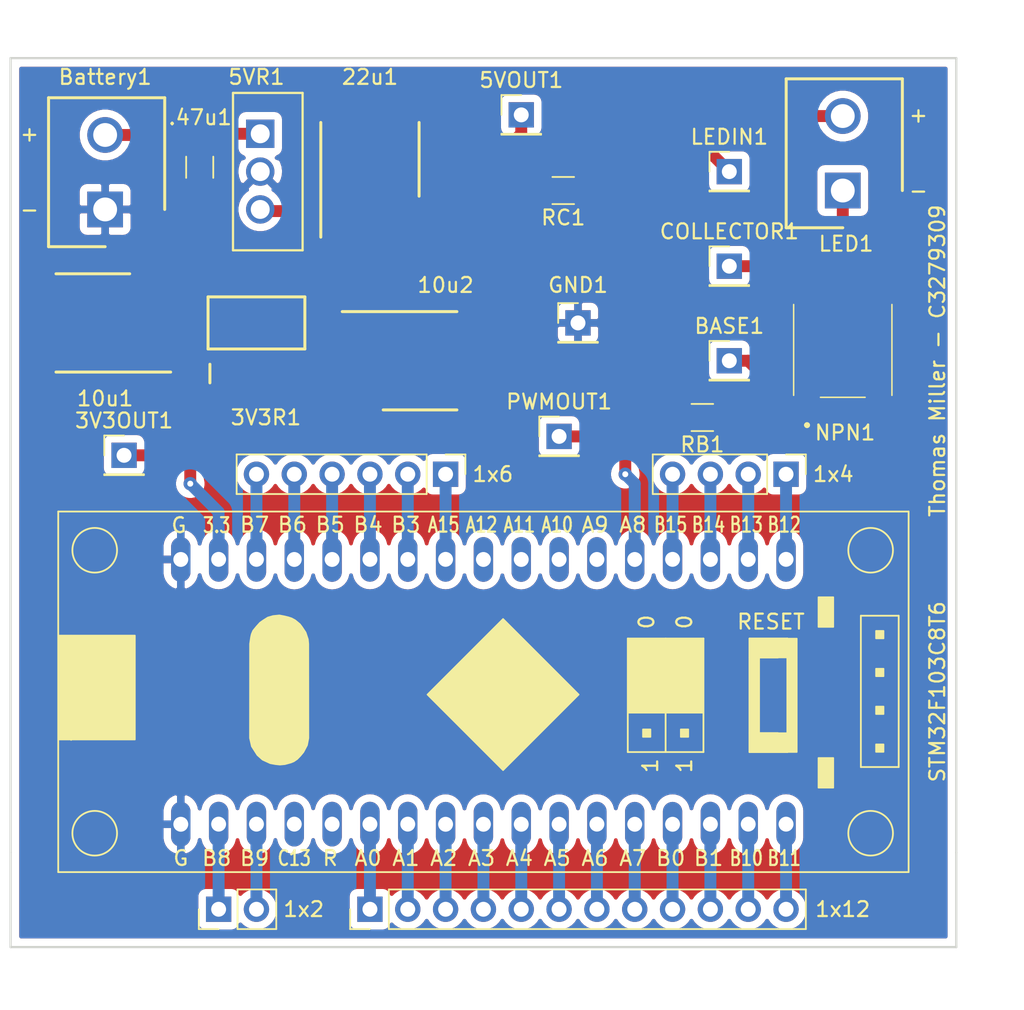
<source format=kicad_pcb>
(kicad_pcb (version 20171130) (host pcbnew "(5.1.7)-1")
  (layers (0 F.Cu signal) (31 B.Cu signal) (34 B.Paste user) (35 F.Paste user) (36 B.SilkS user) (37 F.SilkS user) (38 B.Mask user) (39 F.Mask user) (44 Edge.Cuts user))
  (net 0 "")
  (net 1 GND)
  (net 2 "Net-(LED1-Pad2)")
  (net 3 "Net-(.47u1-Pad1)")
  (net 4 "Net-(10u2-Pad1)")
  (net 5 "Net-(22u1-Pad1)")
  (net 6 "Net-(1x2-Pad1)")
  (net 7 "Net-(1x2-Pad2)")
  (net 8 "Net-(1x4-Pad1)")
  (net 9 "Net-(1x4-Pad2)")
  (net 10 "Net-(1x4-Pad3)")
  (net 11 "Net-(1x4-Pad4)")
  (net 12 "Net-(1x6-Pad1)")
  (net 13 "Net-(1x6-Pad2)")
  (net 14 "Net-(1x6-Pad3)")
  (net 15 "Net-(1x6-Pad4)")
  (net 16 "Net-(1x6-Pad5)")
  (net 17 "Net-(1x6-Pad6)")
  (net 18 "Net-(1x12-Pad1)")
  (net 19 "Net-(1x12-Pad2)")
  (net 20 "Net-(1x12-Pad3)")
  (net 21 "Net-(1x12-Pad4)")
  (net 22 "Net-(1x12-Pad5)")
  (net 23 "Net-(1x12-Pad6)")
  (net 24 "Net-(1x12-Pad7)")
  (net 25 "Net-(1x12-Pad8)")
  (net 26 "Net-(1x12-Pad9)")
  (net 27 "Net-(1x12-Pad10)")
  (net 28 "Net-(1x12-Pad11)")
  (net 29 "Net-(1x12-Pad12)")
  (net 30 "Net-(BASE1-Pad1)")
  (net 31 "Net-(COLLECTOR1-Pad1)")
  (net 32 "Net-(PWMOUT1-Pad1)")
  (module SamacSys_Parts:SHDR2W100P0X500_1X2_1000X780X1030P (layer F.Cu) (at 129.54 80.01 90)
    (fp_text reference Battery1 (at 8.89 0 180) (layer F.SilkS))
    (fp_text value TB003-500-P02BE hide)
    (fp_line (start -2.5 -3.8) (end -2.5 0) (layer F.SilkS) (width 0.2))
    (fp_line (start 7.5 -3.8) (end -2.5 -3.8) (layer F.SilkS) (width 0.2))
    (fp_line (start 7.5 4) (end 7.5 -3.8) (layer F.SilkS) (width 0.2))
    (fp_line (start 0 4) (end 7.5 4) (layer F.SilkS) (width 0.2))
    (pad 1 thru_hole rect (at 0 0 90) (size 2.4 2.4) (drill 1.6) (layers *.Cu *.Mask) (net 1 GND))
    (pad 2 thru_hole circle (at 5 0 90) (size 2.4 2.4) (drill 1.6) (layers *.Cu *.Mask) (net 3 "Net-(.47u1-Pad1)"))
  )
  (module "STM32 Black Pill:YAAJ_BlackPill" (layer F.Cu) (at 175.26 103.505 180)
    (fp_text reference STM32F103C8T6 (at -10.16 -8.89 270) (layer F.SilkS))
    (fp_text value BlackPill_1 hide)
    (fp_line (start -8.23 -21) (end 48.87 -21) (layer F.SilkS) (width 0.12))
    (fp_line (start 48.87 3.21) (end -8.23 3.21) (layer F.SilkS) (width 0.12))
    (fp_line (start 48.00406 -5.13512) (end 48.00406 -12.12012) (layer F.SilkS) (width 0.12))
    (fp_line (start 2.45238 -5.31906) (end -0.08762 -5.31906) (layer F.SilkS) (width 0.12))
    (fp_line (start -0.08762 -5.31906) (end -0.08762 -12.93906) (layer F.SilkS) (width 0.12))
    (fp_line (start -0.08762 -12.93906) (end 2.45238 -12.93906) (layer F.SilkS) (width 0.12))
    (fp_line (start 2.45238 -12.93906) (end 2.45238 -5.31906) (layer F.SilkS) (width 0.12))
    (fp_line (start 1.81738 -6.58906) (end 0.54738 -6.58906) (layer F.SilkS) (width 0.12))
    (fp_line (start 0.54738 -11.66906) (end 1.81738 -11.66906) (layer F.SilkS) (width 0.12))
    (fp_line (start 1.81738 -11.66906) (end 1.81738 -6.58906) (layer F.SilkS) (width 0.12))
    (fp_line (start 10.62638 -5.31906) (end 10.62638 -12.93906) (layer F.SilkS) (width 0.12))
    (fp_line (start 10.62638 -12.93906) (end 5.54638 -12.93906) (layer F.SilkS) (width 0.12))
    (fp_line (start 5.54638 -12.93906) (end 5.54638 -5.31906) (layer F.SilkS) (width 0.12))
    (fp_line (start 5.54638 -5.31906) (end 10.62638 -5.31906) (layer F.SilkS) (width 0.12))
    (fp_line (start 8.08638 -5.31906) (end 8.08638 -12.93906) (layer F.SilkS) (width 0.12))
    (fp_poly (pts (xy 43.72 -5.115) (xy 48.8 -5.115) (xy 48.8 -12.1) (xy 43.72 -12.1)) (layer F.SilkS) (width 0.1))
    (fp_poly (pts (xy 13.92 -9.08) (xy 19 -4) (xy 24.08 -9.08) (xy 19 -14.16)) (layer F.SilkS) (width 0.1))
    (fp_poly (pts (xy 2.45238 -5.31906) (xy -0.72262 -5.31906) (xy -0.72262 -6.58906) (xy 2.45238 -6.58906)) (layer F.SilkS) (width 0.1))
    (fp_poly (pts (xy 2.45238 -11.66906) (xy -0.72262 -11.66906) (xy -0.72262 -12.93906) (xy 2.45238 -12.93906)) (layer F.SilkS) (width 0.1))
    (fp_poly (pts (xy 2.45238 -6.58906) (xy 1.81738 -6.58906) (xy 1.81738 -11.66906) (xy 2.45238 -11.66906)) (layer F.SilkS) (width 0.1))
    (fp_poly (pts (xy -0.08762 -6.58906) (xy -0.72262 -6.58906) (xy -0.72262 -11.66906) (xy -0.08762 -11.66906)) (layer F.SilkS) (width 0.1))
    (fp_poly (pts (xy 9.61038 -6.33506) (xy 9.10238 -6.33506) (xy 9.10238 -6.84306) (xy 9.61038 -6.84306)) (layer F.SilkS) (width 0.1))
    (fp_poly (pts (xy 7.07038 -6.33506) (xy 7.07038 -6.84306) (xy 6.56238 -6.84306) (xy 6.56238 -6.33506)) (layer F.SilkS) (width 0.1))
    (fp_poly (pts (xy 9.61038 -8.87506) (xy 9.10238 -8.87506) (xy 9.10238 -9.38306) (xy 9.61038 -9.38306)) (layer F.SilkS) (width 0.1))
    (fp_poly (pts (xy 7.07038 -8.87506) (xy 6.56238 -8.87506) (xy 6.56238 -9.38306) (xy 7.07038 -9.38306)) (layer F.SilkS) (width 0.1))
    (fp_poly (pts (xy 9.61038 -11.41506) (xy 9.61038 -11.92306) (xy 9.10238 -11.92306) (xy 9.10238 -11.41506)) (layer F.SilkS) (width 0.1))
    (fp_poly (pts (xy 7.07038 -11.41506) (xy 6.56238 -11.41506) (xy 6.56238 -11.92306) (xy 7.07038 -11.92306)) (layer F.SilkS) (width 0.1))
    (fp_line (start -7.56394 -3.78562) (end -5.02394 -3.78562) (layer F.SilkS) (width 0.12))
    (fp_line (start -5.02394 -3.78562) (end -5.02394 -13.94562) (layer F.SilkS) (width 0.12))
    (fp_line (start -5.02394 -13.94562) (end -7.56394 -13.94562) (layer F.SilkS) (width 0.12))
    (fp_line (start -7.56394 -13.94562) (end -7.56394 -3.78562) (layer F.SilkS) (width 0.12))
    (fp_poly (pts (xy -6.54794 -4.80162) (xy -6.03994 -4.80162) (xy -6.03994 -5.30962) (xy -6.54794 -5.30962)) (layer F.SilkS) (width 0.1))
    (fp_poly (pts (xy -6.54794 -7.34162) (xy -6.03994 -7.34162) (xy -6.03994 -7.84962) (xy -6.54794 -7.84962)) (layer F.SilkS) (width 0.1))
    (fp_poly (pts (xy -6.54794 -9.88162) (xy -6.03994 -9.88162) (xy -6.03994 -10.38962) (xy -6.54794 -10.38962)) (layer F.SilkS) (width 0.1))
    (fp_poly (pts (xy -6.54794 -12.42162) (xy -6.03994 -12.42162) (xy -6.03994 -12.92962) (xy -6.54794 -12.92962)) (layer F.SilkS) (width 0.1))
    (fp_line (start 35.15106 -4.57962) (end 35.15106 -10.67562) (layer F.SilkS) (width 0.12))
    (fp_poly (pts (xy 32.10364 -5.3706) (xy 32.25731 -4.90705) (xy 32.51385 -4.52351) (xy 32.64974 -4.34698) (xy 32.9647 -4.0879) (xy 33.19838 -3.9609) (xy 33.42952 -3.8847) (xy 33.73432 -3.81358) (xy 34.02134 -3.76024) (xy 34.44806 -3.80342) (xy 34.797945 -3.905655) (xy 35.10338 -4.09806) (xy 35.31928 -4.25046) (xy 35.54534 -4.49938) (xy 35.7841 -4.78894) (xy 35.88062 -5.01754) (xy 35.92634 -5.21058) (xy 35.99492 -5.6754) (xy 36 -12) (xy 35.873 -12.55626) (xy 35.49962 -13.14046) (xy 35.1491 -13.45288) (xy 34.63348 -13.69037) (xy 34.28804 -13.75387) (xy 33.98324 -13.78562) (xy 33.6505 -13.75514) (xy 33.24918 -13.64592) (xy 33.05106 -13.56464) (xy 32.82754 -13.41224) (xy 32.61164 -13.19126) (xy 32.4059 -12.94234) (xy 32.16206 -12.48006) (xy 32.07062 -12.00508) (xy 32.0757 -5.68302)) (layer F.SilkS) (width 0.1))
    (fp_poly (pts (xy 5.6 -5.4) (xy 5.6 -10.3) (xy 10.6 -10.3) (xy 10.6 -5.4)) (layer F.SilkS) (width 0.1))
    (fp_poly (pts (xy -3.175 -15.335) (xy -3.175 -13.335) (xy -2.175 -13.335) (xy -2.175 -15.335)) (layer F.SilkS) (width 0.1))
    (fp_poly (pts (xy -2.175 -4.54) (xy -3.175 -4.54) (xy -3.175 -2.54) (xy -2.175 -2.54)) (layer F.SilkS) (width 0.1))
    (fp_line (start -8.23 3.21) (end -8.23 -21) (layer F.SilkS) (width 0.12))
    (fp_line (start 48.87 -21) (end 48.87 3.21) (layer F.SilkS) (width 0.12))
    (fp_circle (center -5.68 -18.39) (end -4.18 -18.39) (layer F.SilkS) (width 0.12))
    (fp_circle (center -5.68 0.61) (end -4.18 0.61) (layer F.SilkS) (width 0.12))
    (fp_circle (center 46.42 -18.39) (end 47.92 -18.39) (layer F.SilkS) (width 0.12))
    (fp_circle (center 46.42 0.61) (end 47.92 0.61) (layer F.SilkS) (width 0.12))
    (fp_text user G (at 40.64 -20.066) (layer F.SilkS))
    (fp_text user R (at 30.607 -20.066) (layer F.SilkS))
    (fp_text user B11 (at 0.127 -20.066) (layer F.SilkS) (effects (font (size 1 0.762))))
    (fp_text user B10 (at 2.667 -20.066) (layer F.SilkS) (effects (font (size 1 0.762))))
    (fp_text user B1 (at 5.207 -20.066) (layer F.SilkS))
    (fp_text user B0 (at 7.747 -20.066) (layer F.SilkS))
    (fp_text user A7 (at 10.287 -20.066) (layer F.SilkS))
    (fp_text user A6 (at 12.827 -20.066) (layer F.SilkS))
    (fp_text user A5 (at 15.367 -20.066) (layer F.SilkS))
    (fp_text user A4 (at 17.907 -20.066) (layer F.SilkS))
    (fp_text user A3 (at 20.447 -20.066) (layer F.SilkS))
    (fp_text user A2 (at 22.987 -20.066) (layer F.SilkS))
    (fp_text user A1 (at 25.527 -20.066) (layer F.SilkS))
    (fp_text user A0 (at 28.067 -20.066) (layer F.SilkS))
    (fp_text user C13 (at 33.02 -20.066) (layer F.SilkS) (effects (font (size 1 0.762))))
    (fp_text user B12 (at 0.127 2.317) (layer F.SilkS) (effects (font (size 1 0.762))))
    (fp_text user B13 (at 2.667 2.317) (layer F.SilkS) (effects (font (size 1 0.762))))
    (fp_text user B14 (at 5.207 2.317) (layer F.SilkS) (effects (font (size 1 0.762))))
    (fp_text user B15 (at 7.747 2.317) (layer F.SilkS) (effects (font (size 1 0.762))))
    (fp_text user A8 (at 10.287 2.317) (layer F.SilkS))
    (fp_text user A9 (at 12.827 2.317) (layer F.SilkS))
    (fp_text user A10 (at 15.367 2.317) (layer F.SilkS) (effects (font (size 1 0.762))))
    (fp_text user A11 (at 17.907 2.317) (layer F.SilkS) (effects (font (size 1 0.762))))
    (fp_text user A12 (at 20.447 2.317) (layer F.SilkS) (effects (font (size 1 0.762))))
    (fp_text user A15 (at 22.987 2.317) (layer F.SilkS) (effects (font (size 1 0.762))))
    (fp_text user B3 (at 25.527 2.317) (layer F.SilkS))
    (fp_text user B4 (at 28.067 2.317) (layer F.SilkS))
    (fp_text user B5 (at 30.607 2.317) (layer F.SilkS))
    (fp_text user B6 (at 33.147 2.317) (layer F.SilkS))
    (fp_text user B7 (at 35.687 2.317) (layer F.SilkS))
    (fp_text user B8 (at 38.227 -20.066) (layer F.SilkS))
    (fp_text user B9 (at 35.687 -20.066) (layer F.SilkS))
    (fp_text user 3.3 (at 38.227 2.286) (layer F.SilkS) (effects (font (size 1 0.762))))
    (fp_text user G (at 40.767 2.286) (layer F.SilkS))
    (fp_text user 0 (at 6.824 -4.204 90) (layer F.SilkS))
    (fp_text user 0 (at 9.364 -4.204 90) (layer F.SilkS))
    (fp_text user 1 (at 6.824 -13.856 90) (layer F.SilkS))
    (fp_text user 1 (at 9.11 -13.856 90) (layer F.SilkS))
    (fp_text user RESET (at 1.016 -4.191) (layer F.SilkS))
    (pad 17 thru_hole oval (at 40.64 -0.00762 180) (size 1.3 3) (drill 1) (layers *.Cu *.Mask) (net 1 GND))
    (pad 18 thru_hole oval (at 40.64 -17.78762 180) (size 1.3 3) (drill 1) (layers *.Cu *.Mask) (net 1 GND))
    (pad 16 thru_hole oval (at 38.1 0 180) (size 1.3 3) (drill 1) (layers *.Cu *.Mask) (net 4 "Net-(10u2-Pad1)"))
    (pad 19 thru_hole oval (at 38.1 -17.78 180) (size 1.3 3) (drill 1) (layers *.Cu *.Mask) (net 6 "Net-(1x2-Pad1)"))
    (pad 15 thru_hole oval (at 35.56 0 180) (size 1.3 3) (drill 1) (layers *.Cu *.Mask) (net 17 "Net-(1x6-Pad6)"))
    (pad 20 thru_hole oval (at 35.56 -17.78 180) (size 1.3 3) (drill 1) (layers *.Cu *.Mask) (net 7 "Net-(1x2-Pad2)"))
    (pad 14 thru_hole oval (at 33.02 -0.00762 180) (size 1.3 3) (drill 1) (layers *.Cu *.Mask) (net 16 "Net-(1x6-Pad5)"))
    (pad 21 thru_hole oval (at 33.02 -17.78 180) (size 1.3 3) (drill 1) (layers *.Cu *.Mask))
    (pad 13 thru_hole oval (at 30.48 -0.00762 180) (size 1.3 3) (drill 1) (layers *.Cu *.Mask) (net 15 "Net-(1x6-Pad4)"))
    (pad 22 thru_hole oval (at 30.48 -17.78 180) (size 1.3 3) (drill 1) (layers *.Cu *.Mask))
    (pad 12 thru_hole oval (at 27.94 0 180) (size 1.3 3) (drill 1) (layers *.Cu *.Mask) (net 14 "Net-(1x6-Pad3)"))
    (pad 23 thru_hole oval (at 27.94 -17.78 180) (size 1.3 3) (drill 1) (layers *.Cu *.Mask) (net 18 "Net-(1x12-Pad1)"))
    (pad 11 thru_hole oval (at 25.4 -0.00762 180) (size 1.3 3) (drill 1) (layers *.Cu *.Mask) (net 13 "Net-(1x6-Pad2)"))
    (pad 24 thru_hole oval (at 25.4 -17.78 180) (size 1.3 3) (drill 1) (layers *.Cu *.Mask) (net 19 "Net-(1x12-Pad2)"))
    (pad 10 thru_hole oval (at 22.86 0 180) (size 1.3 3) (drill 1) (layers *.Cu *.Mask) (net 12 "Net-(1x6-Pad1)"))
    (pad 25 thru_hole oval (at 22.86 -17.78762 180) (size 1.3 3) (drill 1) (layers *.Cu *.Mask) (net 20 "Net-(1x12-Pad3)"))
    (pad 9 thru_hole oval (at 20.32 -0.00762 180) (size 1.3 3) (drill 1) (layers *.Cu *.Mask))
    (pad 26 thru_hole oval (at 20.32 -17.78762 180) (size 1.3 3) (drill 1) (layers *.Cu *.Mask) (net 21 "Net-(1x12-Pad4)"))
    (pad 8 thru_hole oval (at 17.78 -0.00762 180) (size 1.3 3) (drill 1) (layers *.Cu *.Mask))
    (pad 27 thru_hole oval (at 17.78 -17.78762 180) (size 1.3 3) (drill 1) (layers *.Cu *.Mask) (net 22 "Net-(1x12-Pad5)"))
    (pad 7 thru_hole oval (at 15.24 -0.00762 180) (size 1.3 3) (drill 1) (layers *.Cu *.Mask))
    (pad 28 thru_hole oval (at 15.24 -17.78762 180) (size 1.3 3) (drill 1) (layers *.Cu *.Mask) (net 23 "Net-(1x12-Pad6)"))
    (pad 6 thru_hole oval (at 12.7 -0.00762 180) (size 1.3 3) (drill 1) (layers *.Cu *.Mask))
    (pad 29 thru_hole oval (at 12.7 -17.78 180) (size 1.3 3) (drill 1) (layers *.Cu *.Mask) (net 24 "Net-(1x12-Pad7)"))
    (pad 5 thru_hole oval (at 10.16 -0.00762 180) (size 1.3 3) (drill 1) (layers *.Cu *.Mask) (net 32 "Net-(PWMOUT1-Pad1)"))
    (pad 30 thru_hole oval (at 10.16 -17.78762 180) (size 1.3 3) (drill 1) (layers *.Cu *.Mask) (net 25 "Net-(1x12-Pad8)"))
    (pad 4 thru_hole oval (at 7.62 0 180) (size 1.3 3) (drill 1) (layers *.Cu *.Mask) (net 11 "Net-(1x4-Pad4)"))
    (pad 31 thru_hole oval (at 7.62 -17.78762 180) (size 1.3 3) (drill 1) (layers *.Cu *.Mask) (net 26 "Net-(1x12-Pad9)"))
    (pad 3 thru_hole oval (at 5.08 -0.00762 180) (size 1.3 3) (drill 1) (layers *.Cu *.Mask) (net 10 "Net-(1x4-Pad3)"))
    (pad 32 thru_hole oval (at 5.08 -17.78 180) (size 1.3 3) (drill 1) (layers *.Cu *.Mask) (net 27 "Net-(1x12-Pad10)"))
    (pad 2 thru_hole oval (at 2.54 -0.00762 180) (size 1.3 3) (drill 1) (layers *.Cu *.Mask) (net 9 "Net-(1x4-Pad2)"))
    (pad 33 thru_hole oval (at 2.54 -17.78 180) (size 1.3 3) (drill 1) (layers *.Cu *.Mask) (net 28 "Net-(1x12-Pad11)"))
    (pad 1 thru_hole oval (at 0 0 180) (size 1.3 3) (drill 1) (layers *.Cu *.Mask) (net 8 "Net-(1x4-Pad1)"))
    (pad 34 thru_hole oval (at 0 -17.78 180) (size 1.3 3) (drill 1) (layers *.Cu *.Mask) (net 29 "Net-(1x12-Pad12)"))
  )
  (module SamacSys_Parts:CAPAE660X530N (layer F.Cu) (at 147.32 77.47 90)
    (fp_text reference 22u1 (at 6.35 0 180) (layer F.SilkS))
    (fp_text value UCQ1V220MCL1GB hide)
    (fp_line (start -4.4 -3.3) (end 3.3 -3.3) (layer F.SilkS) (width 0.2))
    (fp_line (start -1.65 3.3) (end 3.3 3.3) (layer F.SilkS) (width 0.2))
    (pad 1 smd rect (at -2.65 0 180) (size 1.85 3.5) (layers F.Cu F.Paste F.Mask) (net 5 "Net-(22u1-Pad1)"))
    (pad 2 smd rect (at 2.65 0 180) (size 1.85 3.5) (layers F.Cu F.Paste F.Mask) (net 1 GND))
  )
  (module SamacSys_Parts:CAPAE660X530N (layer F.Cu) (at 129.54 87.63 180)
    (fp_text reference 10u1 (at 0 -5.08) (layer F.SilkS))
    (fp_text value UCQ1V220MCL1GB hide)
    (fp_line (start -4.4 -3.3) (end 3.3 -3.3) (layer F.SilkS) (width 0.2))
    (fp_line (start -1.65 3.3) (end 3.3 3.3) (layer F.SilkS) (width 0.2))
    (pad 1 smd rect (at -2.65 0 270) (size 1.85 3.5) (layers F.Cu F.Paste F.Mask) (net 3 "Net-(.47u1-Pad1)"))
    (pad 2 smd rect (at 2.65 0 270) (size 1.85 3.5) (layers F.Cu F.Paste F.Mask) (net 1 GND))
  )
  (module SamacSys_Parts:CAPAE660X530N (layer F.Cu) (at 149.86 90.17)
    (fp_text reference 10u2 (at 2.54 -5.08) (layer F.SilkS))
    (fp_text value UCQ1V220MCL1GB hide)
    (fp_line (start -1.65 3.3) (end 3.3 3.3) (layer F.SilkS) (width 0.2))
    (fp_line (start -4.4 -3.3) (end 3.3 -3.3) (layer F.SilkS) (width 0.2))
    (pad 2 smd rect (at 2.65 0 90) (size 1.85 3.5) (layers F.Cu F.Paste F.Mask) (net 1 GND))
    (pad 1 smd rect (at -2.65 0 90) (size 1.85 3.5) (layers F.Cu F.Paste F.Mask) (net 4 "Net-(10u2-Pad1)"))
  )
  (module SamacSys_Parts:TO254P470X1016X2222-3P (layer F.Cu) (at 140.97 80.01 270)
    (fp_text reference 5VR1 (at -8.89 1.27 180) (layer F.SilkS))
    (fp_text value LM2940CT-5.0 hide)
    (fp_line (start -7.8232 2.8448) (end 2.7432 2.8448) (layer F.SilkS) (width 0.1524))
    (fp_line (start 2.7432 2.8448) (end 2.7432 -1.8288) (layer F.SilkS) (width 0.1524))
    (fp_line (start 2.7432 -1.8288) (end -7.8232 -1.8288) (layer F.SilkS) (width 0.1524))
    (fp_line (start -7.8232 -1.8288) (end -7.8232 2.8448) (layer F.SilkS) (width 0.1524))
    (pad 1 thru_hole rect (at -5.08 1.016 270) (size 1.905 1.905) (drill 1.27) (layers *.Cu *.Mask) (net 3 "Net-(.47u1-Pad1)"))
    (pad 2 thru_hole circle (at -2.54 1.016 270) (size 1.905 1.905) (drill 1.27) (layers *.Cu *.Mask) (net 1 GND))
    (pad 3 thru_hole circle (at 0 1.016 270) (size 1.905 1.905) (drill 1.27) (layers *.Cu *.Mask) (net 5 "Net-(22u1-Pad1)"))
  )
  (module SamacSys_Parts:2SCR573D3TL1 (layer F.Cu) (at 179.07 89.493)
    (fp_text reference NPN1 (at 0.15 5.507) (layer F.SilkS))
    (fp_text value 2SCR573D3TL1 hide)
    (fp_line (start -1.5 3.132) (end 1.5 3.132) (layer F.SilkS) (width 0.1))
    (fp_line (start -3.3 -3.1) (end -3.3 3) (layer F.SilkS) (width 0.1))
    (fp_line (start 3.3 -3.1) (end 3.3 3) (layer F.SilkS) (width 0.1))
    (fp_line (start -2.3 5) (end -2.3 5) (layer F.SilkS) (width 0.2))
    (fp_line (start -2.5 5) (end -2.5 5) (layer F.SilkS) (width 0.2))
    (fp_arc (start -2.4 5) (end -2.3 5) (angle -180) (layer F.SilkS) (width 0.2))
    (fp_arc (start -2.4 5) (end -2.5 5) (angle -180) (layer F.SilkS) (width 0.2))
    (pad 1 smd rect (at -2.3 3.132) (size 1.15 2.77) (layers F.Cu F.Paste F.Mask) (net 30 "Net-(BASE1-Pad1)"))
    (pad 2 smd rect (at 0 -3.133 90) (size 5.5 5.55) (layers F.Cu F.Paste F.Mask) (net 31 "Net-(COLLECTOR1-Pad1)"))
    (pad 3 smd rect (at 2.3 3.132) (size 1.15 2.77) (layers F.Cu F.Paste F.Mask) (net 1 GND))
  )
  (module SamacSys_Parts:SOT230P700X180-4N (layer F.Cu) (at 139.7 87.63 90)
    (fp_text reference 3V3R1 (at -6.35 0.635 180) (layer F.SilkS))
    (fp_text value NCP1117ST33T3G hide)
    (fp_line (start -1.75 -3.25) (end 1.75 -3.25) (layer F.SilkS) (width 0.2))
    (fp_line (start 1.75 -3.25) (end 1.75 3.25) (layer F.SilkS) (width 0.2))
    (fp_line (start 1.75 3.25) (end -1.75 3.25) (layer F.SilkS) (width 0.2))
    (fp_line (start -1.75 3.25) (end -1.75 -3.25) (layer F.SilkS) (width 0.2))
    (fp_line (start -4.025 -3.125) (end -2.775 -3.125) (layer F.SilkS) (width 0.2))
    (pad 1 smd rect (at -3.4 -2.3 180) (size 0.95 1.25) (layers F.Cu F.Paste F.Mask) (net 1 GND))
    (pad 2 smd rect (at -3.4 0 180) (size 0.95 1.25) (layers F.Cu F.Paste F.Mask) (net 4 "Net-(10u2-Pad1)"))
    (pad 3 smd rect (at -3.4 2.3 180) (size 0.95 1.25) (layers F.Cu F.Paste F.Mask) (net 3 "Net-(.47u1-Pad1)"))
    (pad 4 smd rect (at 3.4 0 90) (size 1.25 3.2) (layers F.Cu F.Paste F.Mask))
  )
  (module SamacSys_Parts:SHDR2W100P0X500_1X2_1000X780X1030P (layer F.Cu) (at 179.07 78.74 90)
    (fp_text reference LED1 (at -3.58 0.22 180) (layer F.SilkS))
    (fp_text value TB003-500-P02BE hide)
    (fp_line (start -2.5 -3.8) (end -2.5 0) (layer F.SilkS) (width 0.2))
    (fp_line (start 7.5 -3.8) (end -2.5 -3.8) (layer F.SilkS) (width 0.2))
    (fp_line (start 7.5 4) (end 7.5 -3.8) (layer F.SilkS) (width 0.2))
    (fp_line (start 0 4) (end 7.5 4) (layer F.SilkS) (width 0.2))
    (pad 1 thru_hole rect (at 0 0 90) (size 2.4 2.4) (drill 1.6) (layers *.Cu *.Mask) (net 31 "Net-(COLLECTOR1-Pad1)"))
    (pad 2 thru_hole circle (at 5 0 90) (size 2.4 2.4) (drill 1.6) (layers *.Cu *.Mask) (net 2 "Net-(LED1-Pad2)"))
  )
  (module Connector_PinHeader_2.54mm:PinHeader_1x02_P2.54mm_Vertical (layer F.Cu) (at 137.16 127 90)
    (fp_text reference 1x2 (at 0 5.715 180) (layer F.SilkS))
    (fp_text value Conn_01x02_Male)
    (fp_line (start -1.33 3.87) (end 1.33 3.87) (layer F.SilkS) (width 0.12))
    (fp_line (start -1.33 1.27) (end -1.33 3.87) (layer F.SilkS) (width 0.12))
    (fp_line (start 1.33 1.27) (end 1.33 3.87) (layer F.SilkS) (width 0.12))
    (fp_line (start -1.33 1.27) (end 1.33 1.27) (layer F.SilkS) (width 0.12))
    (fp_line (start -1.33 0) (end -1.33 -1.33) (layer F.SilkS) (width 0.12))
    (fp_line (start -1.33 -1.33) (end 0 -1.33) (layer F.SilkS) (width 0.12))
    (pad 1 thru_hole rect (at 0 0 90) (size 1.7 1.7) (drill 1) (layers *.Cu *.Mask) (net 6 "Net-(1x2-Pad1)"))
    (pad 2 thru_hole oval (at 0 2.54 90) (size 1.7 1.7) (drill 1) (layers *.Cu *.Mask) (net 7 "Net-(1x2-Pad2)"))
  )
  (module Connector_PinHeader_2.54mm:PinHeader_1x04_P2.54mm_Vertical (layer F.Cu) (at 175.26 97.79 270)
    (fp_text reference 1x4 (at 0 -3.175 180) (layer F.SilkS))
    (fp_text value Conn_01x04_Male)
    (fp_line (start -1.33 8.95) (end 1.33 8.95) (layer F.SilkS) (width 0.12))
    (fp_line (start -1.33 1.27) (end -1.33 8.95) (layer F.SilkS) (width 0.12))
    (fp_line (start 1.33 1.27) (end 1.33 8.95) (layer F.SilkS) (width 0.12))
    (fp_line (start -1.33 1.27) (end 1.33 1.27) (layer F.SilkS) (width 0.12))
    (fp_line (start -1.33 0) (end -1.33 -1.33) (layer F.SilkS) (width 0.12))
    (fp_line (start -1.33 -1.33) (end 0 -1.33) (layer F.SilkS) (width 0.12))
    (pad 1 thru_hole rect (at 0 0 270) (size 1.7 1.7) (drill 1) (layers *.Cu *.Mask) (net 8 "Net-(1x4-Pad1)"))
    (pad 2 thru_hole oval (at 0 2.54 270) (size 1.7 1.7) (drill 1) (layers *.Cu *.Mask) (net 9 "Net-(1x4-Pad2)"))
    (pad 3 thru_hole oval (at 0 5.08 270) (size 1.7 1.7) (drill 1) (layers *.Cu *.Mask) (net 10 "Net-(1x4-Pad3)"))
    (pad 4 thru_hole oval (at 0 7.62 270) (size 1.7 1.7) (drill 1) (layers *.Cu *.Mask) (net 11 "Net-(1x4-Pad4)"))
  )
  (module Connector_PinHeader_2.54mm:PinHeader_1x06_P2.54mm_Vertical (layer F.Cu) (at 152.4 97.79 270)
    (fp_text reference 1x6 (at 0 -3.175 180) (layer F.SilkS))
    (fp_text value Conn_01x06_Male)
    (fp_line (start -1.33 14.03) (end 1.33 14.03) (layer F.SilkS) (width 0.12))
    (fp_line (start -1.33 1.27) (end -1.33 14.03) (layer F.SilkS) (width 0.12))
    (fp_line (start 1.33 1.27) (end 1.33 14.03) (layer F.SilkS) (width 0.12))
    (fp_line (start -1.33 1.27) (end 1.33 1.27) (layer F.SilkS) (width 0.12))
    (fp_line (start -1.33 0) (end -1.33 -1.33) (layer F.SilkS) (width 0.12))
    (fp_line (start -1.33 -1.33) (end 0 -1.33) (layer F.SilkS) (width 0.12))
    (pad 1 thru_hole rect (at 0 0 270) (size 1.7 1.7) (drill 1) (layers *.Cu *.Mask) (net 12 "Net-(1x6-Pad1)"))
    (pad 2 thru_hole oval (at 0 2.54 270) (size 1.7 1.7) (drill 1) (layers *.Cu *.Mask) (net 13 "Net-(1x6-Pad2)"))
    (pad 3 thru_hole oval (at 0 5.08 270) (size 1.7 1.7) (drill 1) (layers *.Cu *.Mask) (net 14 "Net-(1x6-Pad3)"))
    (pad 4 thru_hole oval (at 0 7.62 270) (size 1.7 1.7) (drill 1) (layers *.Cu *.Mask) (net 15 "Net-(1x6-Pad4)"))
    (pad 5 thru_hole oval (at 0 10.16 270) (size 1.7 1.7) (drill 1) (layers *.Cu *.Mask) (net 16 "Net-(1x6-Pad5)"))
    (pad 6 thru_hole oval (at 0 12.7 270) (size 1.7 1.7) (drill 1) (layers *.Cu *.Mask) (net 17 "Net-(1x6-Pad6)"))
  )
  (module Connector_PinHeader_2.54mm:PinHeader_1x12_P2.54mm_Vertical (layer F.Cu) (at 147.32 127 90)
    (fp_text reference 1x12 (at 0 31.75 180) (layer F.SilkS))
    (fp_text value Conn_01x12_Male)
    (fp_line (start -1.33 29.27) (end 1.33 29.27) (layer F.SilkS) (width 0.12))
    (fp_line (start -1.33 1.27) (end -1.33 29.27) (layer F.SilkS) (width 0.12))
    (fp_line (start 1.33 1.27) (end 1.33 29.27) (layer F.SilkS) (width 0.12))
    (fp_line (start -1.33 1.27) (end 1.33 1.27) (layer F.SilkS) (width 0.12))
    (fp_line (start -1.33 0) (end -1.33 -1.33) (layer F.SilkS) (width 0.12))
    (fp_line (start -1.33 -1.33) (end 0 -1.33) (layer F.SilkS) (width 0.12))
    (pad 1 thru_hole rect (at 0 0 90) (size 1.7 1.7) (drill 1) (layers *.Cu *.Mask) (net 18 "Net-(1x12-Pad1)"))
    (pad 2 thru_hole oval (at 0 2.54 90) (size 1.7 1.7) (drill 1) (layers *.Cu *.Mask) (net 19 "Net-(1x12-Pad2)"))
    (pad 3 thru_hole oval (at 0 5.08 90) (size 1.7 1.7) (drill 1) (layers *.Cu *.Mask) (net 20 "Net-(1x12-Pad3)"))
    (pad 4 thru_hole oval (at 0 7.62 90) (size 1.7 1.7) (drill 1) (layers *.Cu *.Mask) (net 21 "Net-(1x12-Pad4)"))
    (pad 5 thru_hole oval (at 0 10.16 90) (size 1.7 1.7) (drill 1) (layers *.Cu *.Mask) (net 22 "Net-(1x12-Pad5)"))
    (pad 6 thru_hole oval (at 0 12.7 90) (size 1.7 1.7) (drill 1) (layers *.Cu *.Mask) (net 23 "Net-(1x12-Pad6)"))
    (pad 7 thru_hole oval (at 0 15.24 90) (size 1.7 1.7) (drill 1) (layers *.Cu *.Mask) (net 24 "Net-(1x12-Pad7)"))
    (pad 8 thru_hole oval (at 0 17.78 90) (size 1.7 1.7) (drill 1) (layers *.Cu *.Mask) (net 25 "Net-(1x12-Pad8)"))
    (pad 9 thru_hole oval (at 0 20.32 90) (size 1.7 1.7) (drill 1) (layers *.Cu *.Mask) (net 26 "Net-(1x12-Pad9)"))
    (pad 10 thru_hole oval (at 0 22.86 90) (size 1.7 1.7) (drill 1) (layers *.Cu *.Mask) (net 27 "Net-(1x12-Pad10)"))
    (pad 11 thru_hole oval (at 0 25.4 90) (size 1.7 1.7) (drill 1) (layers *.Cu *.Mask) (net 28 "Net-(1x12-Pad11)"))
    (pad 12 thru_hole oval (at 0 27.94 90) (size 1.7 1.7) (drill 1) (layers *.Cu *.Mask) (net 29 "Net-(1x12-Pad12)"))
  )
  (module Connector_PinHeader_2.54mm:PinHeader_1x01_P2.54mm_Vertical (layer F.Cu) (at 161.29 87.63)
    (fp_text reference GND1 (at 0 -2.54) (layer F.SilkS))
    (fp_text value Conn_01x01_Male)
    (fp_line (start -1.33 -1.33) (end 0 -1.33) (layer F.SilkS) (width 0.12))
    (fp_line (start -1.33 0) (end -1.33 -1.33) (layer F.SilkS) (width 0.12))
    (fp_line (start -1.33 1.27) (end 1.33 1.27) (layer F.SilkS) (width 0.12))
    (fp_line (start 1.33 1.27) (end 1.33 1.33) (layer F.SilkS) (width 0.12))
    (fp_line (start -1.33 1.27) (end -1.33 1.33) (layer F.SilkS) (width 0.12))
    (fp_line (start -1.33 1.33) (end 1.33 1.33) (layer F.SilkS) (width 0.12))
    (pad 1 thru_hole rect (at 0 0) (size 1.7 1.7) (drill 1) (layers *.Cu *.Mask) (net 1 GND))
  )
  (module Connector_PinHeader_2.54mm:PinHeader_1x01_P2.54mm_Vertical (layer F.Cu) (at 171.45 83.82)
    (fp_text reference COLLECTOR1 (at 0 -2.33) (layer F.SilkS))
    (fp_text value Conn_01x01_Male)
    (fp_line (start -1.33 1.33) (end 1.33 1.33) (layer F.SilkS) (width 0.12))
    (fp_line (start -1.33 1.27) (end -1.33 1.33) (layer F.SilkS) (width 0.12))
    (fp_line (start 1.33 1.27) (end 1.33 1.33) (layer F.SilkS) (width 0.12))
    (fp_line (start -1.33 1.27) (end 1.33 1.27) (layer F.SilkS) (width 0.12))
    (fp_line (start -1.33 0) (end -1.33 -1.33) (layer F.SilkS) (width 0.12))
    (fp_line (start -1.33 -1.33) (end 0 -1.33) (layer F.SilkS) (width 0.12))
    (pad 1 thru_hole rect (at 0 0) (size 1.7 1.7) (drill 1) (layers *.Cu *.Mask) (net 31 "Net-(COLLECTOR1-Pad1)"))
  )
  (module Capacitor_SMD:C_1206_3216Metric_Pad1.33x1.80mm_HandSolder (layer F.Cu) (at 135.89 77.1775 270)
    (fp_text reference .47u1 (at -3.3475 -0.03 180) (layer F.SilkS))
    (fp_text value C)
    (fp_line (start -0.711252 0.91) (end 0.711252 0.91) (layer F.SilkS) (width 0.12))
    (fp_line (start -0.711252 -0.91) (end 0.711252 -0.91) (layer F.SilkS) (width 0.12))
    (pad 1 smd roundrect (at -1.5625 0 270) (size 1.325 1.8) (layers F.Cu F.Paste F.Mask) (roundrect_rratio 0.188679) (net 3 "Net-(.47u1-Pad1)"))
    (pad 2 smd roundrect (at 1.5625 0 270) (size 1.325 1.8) (layers F.Cu F.Paste F.Mask) (roundrect_rratio 0.188679) (net 1 GND))
  )
  (module Resistor_SMD:R_1206_3216Metric_Pad1.30x1.75mm_HandSolder (layer F.Cu) (at 169.64 93.98 180)
    (fp_text reference RB1 (at 0 -1.82) (layer F.SilkS))
    (fp_text value R)
    (fp_line (start -0.727064 -0.91) (end 0.727064 -0.91) (layer F.SilkS) (width 0.12))
    (fp_line (start -0.727064 0.91) (end 0.727064 0.91) (layer F.SilkS) (width 0.12))
    (pad 2 smd roundrect (at 1.55 0 180) (size 1.3 1.75) (layers F.Cu F.Paste F.Mask) (roundrect_rratio 0.192308) (net 32 "Net-(PWMOUT1-Pad1)"))
    (pad 1 smd roundrect (at -1.55 0 180) (size 1.3 1.75) (layers F.Cu F.Paste F.Mask) (roundrect_rratio 0.192308) (net 30 "Net-(BASE1-Pad1)"))
  )
  (module Resistor_SMD:R_1206_3216Metric_Pad1.30x1.75mm_HandSolder (layer F.Cu) (at 160.3 78.74 180)
    (fp_text reference RC1 (at 0 -1.82) (layer F.SilkS))
    (fp_text value R)
    (fp_line (start -0.727064 0.91) (end 0.727064 0.91) (layer F.SilkS) (width 0.12))
    (fp_line (start -0.727064 -0.91) (end 0.727064 -0.91) (layer F.SilkS) (width 0.12))
    (pad 1 smd roundrect (at -1.55 0 180) (size 1.3 1.75) (layers F.Cu F.Paste F.Mask) (roundrect_rratio 0.192308) (net 2 "Net-(LED1-Pad2)"))
    (pad 2 smd roundrect (at 1.55 0 180) (size 1.3 1.75) (layers F.Cu F.Paste F.Mask) (roundrect_rratio 0.192308) (net 5 "Net-(22u1-Pad1)"))
  )
  (module Connector_PinHeader_2.54mm:PinHeader_1x01_P2.54mm_Vertical (layer F.Cu) (at 130.81 96.52)
    (fp_text reference 3V3OUT1 (at 0 -2.33) (layer F.SilkS))
    (fp_text value Conn_01x01_Male)
    (fp_line (start -1.33 1.33) (end 1.33 1.33) (layer F.SilkS) (width 0.12))
    (fp_line (start -1.33 1.27) (end -1.33 1.33) (layer F.SilkS) (width 0.12))
    (fp_line (start 1.33 1.27) (end 1.33 1.33) (layer F.SilkS) (width 0.12))
    (fp_line (start -1.33 1.27) (end 1.33 1.27) (layer F.SilkS) (width 0.12))
    (fp_line (start -1.33 0) (end -1.33 -1.33) (layer F.SilkS) (width 0.12))
    (fp_line (start -1.33 -1.33) (end 0 -1.33) (layer F.SilkS) (width 0.12))
    (pad 1 thru_hole rect (at 0 0) (size 1.7 1.7) (drill 1) (layers *.Cu *.Mask) (net 4 "Net-(10u2-Pad1)"))
  )
  (module Connector_PinHeader_2.54mm:PinHeader_1x01_P2.54mm_Vertical (layer F.Cu) (at 157.48 73.66)
    (fp_text reference 5VOUT1 (at 0 -2.33) (layer F.SilkS))
    (fp_text value Conn_01x01_Male)
    (fp_line (start -1.33 1.33) (end 1.33 1.33) (layer F.SilkS) (width 0.12))
    (fp_line (start -1.33 1.27) (end -1.33 1.33) (layer F.SilkS) (width 0.12))
    (fp_line (start 1.33 1.27) (end 1.33 1.33) (layer F.SilkS) (width 0.12))
    (fp_line (start -1.33 1.27) (end 1.33 1.27) (layer F.SilkS) (width 0.12))
    (fp_line (start -1.33 0) (end -1.33 -1.33) (layer F.SilkS) (width 0.12))
    (fp_line (start -1.33 -1.33) (end 0 -1.33) (layer F.SilkS) (width 0.12))
    (pad 1 thru_hole rect (at 0 0) (size 1.7 1.7) (drill 1) (layers *.Cu *.Mask) (net 5 "Net-(22u1-Pad1)"))
  )
  (module Connector_PinHeader_2.54mm:PinHeader_1x01_P2.54mm_Vertical (layer F.Cu) (at 171.45 90.17)
    (fp_text reference BASE1 (at 0 -2.33) (layer F.SilkS))
    (fp_text value Conn_01x01_Male)
    (fp_line (start -1.33 -1.33) (end 0 -1.33) (layer F.SilkS) (width 0.12))
    (fp_line (start -1.33 0) (end -1.33 -1.33) (layer F.SilkS) (width 0.12))
    (fp_line (start -1.33 1.27) (end 1.33 1.27) (layer F.SilkS) (width 0.12))
    (fp_line (start 1.33 1.27) (end 1.33 1.33) (layer F.SilkS) (width 0.12))
    (fp_line (start -1.33 1.27) (end -1.33 1.33) (layer F.SilkS) (width 0.12))
    (fp_line (start -1.33 1.33) (end 1.33 1.33) (layer F.SilkS) (width 0.12))
    (pad 1 thru_hole rect (at 0 0) (size 1.7 1.7) (drill 1) (layers *.Cu *.Mask) (net 30 "Net-(BASE1-Pad1)"))
  )
  (module Connector_PinHeader_2.54mm:PinHeader_1x01_P2.54mm_Vertical (layer F.Cu) (at 171.45 77.47)
    (fp_text reference LEDIN1 (at 0 -2.33) (layer F.SilkS))
    (fp_text value Conn_01x01_Male)
    (fp_line (start -1.33 -1.33) (end 0 -1.33) (layer F.SilkS) (width 0.12))
    (fp_line (start -1.33 0) (end -1.33 -1.33) (layer F.SilkS) (width 0.12))
    (fp_line (start -1.33 1.27) (end 1.33 1.27) (layer F.SilkS) (width 0.12))
    (fp_line (start 1.33 1.27) (end 1.33 1.33) (layer F.SilkS) (width 0.12))
    (fp_line (start -1.33 1.27) (end -1.33 1.33) (layer F.SilkS) (width 0.12))
    (fp_line (start -1.33 1.33) (end 1.33 1.33) (layer F.SilkS) (width 0.12))
    (pad 1 thru_hole rect (at 0 0) (size 1.7 1.7) (drill 1) (layers *.Cu *.Mask) (net 2 "Net-(LED1-Pad2)"))
  )
  (module Connector_PinHeader_2.54mm:PinHeader_1x01_P2.54mm_Vertical (layer F.Cu) (at 160.02 95.25)
    (fp_text reference PWMOUT1 (at 0 -2.33) (layer F.SilkS))
    (fp_text value Conn_01x01_Male)
    (fp_line (start -1.33 1.33) (end 1.33 1.33) (layer F.SilkS) (width 0.12))
    (fp_line (start -1.33 1.27) (end -1.33 1.33) (layer F.SilkS) (width 0.12))
    (fp_line (start 1.33 1.27) (end 1.33 1.33) (layer F.SilkS) (width 0.12))
    (fp_line (start -1.33 1.27) (end 1.33 1.27) (layer F.SilkS) (width 0.12))
    (fp_line (start -1.33 0) (end -1.33 -1.33) (layer F.SilkS) (width 0.12))
    (fp_line (start -1.33 -1.33) (end 0 -1.33) (layer F.SilkS) (width 0.12))
    (pad 1 thru_hole rect (at 0 0) (size 1.7 1.7) (drill 1) (layers *.Cu *.Mask) (net 32 "Net-(PWMOUT1-Pad1)"))
  )
  (gr_text - (at 124.46 80.01) (layer F.SilkS) (effects (font (size 1 1))))
  (gr_text + (at 124.46 74.93) (layer F.SilkS) (effects (font (size 1 1))))
  (gr_text - (at 184.15 78.74) (layer F.SilkS) (effects (font (size 1 1))))
  (gr_text + (at 184.15 73.66) (layer F.SilkS) (effects (font (size 1 1))))
  (gr_line (start 123.19 129.54) (end 123.19 123.19) (layer Edge.Cuts) (width 0.15))
  (gr_line (start 186.69 129.54) (end 123.19 129.54) (layer Edge.Cuts) (width 0.15))
  (gr_line (start 186.69 123.19) (end 186.69 129.54) (layer Edge.Cuts) (width 0.15))
  (gr_text "Thomas Miller - C3279309" (at 185.42 90.17 90) (layer F.SilkS) (effects (font (size 1 1))))
  (gr_line (start 186.69 69.85) (end 123.19 69.85) (layer Edge.Cuts) (width 0.15))
  (gr_line (start 186.69 123.19) (end 186.69 69.85) (layer Edge.Cuts) (width 0.15))
  (gr_line (start 123.19 69.85) (end 123.19 123.19) (layer Edge.Cuts) (width 0.15))
  (segment (start 168.83 74.85) (end 171.45 77.47) (width 0.8) (layer F.Cu) (net 2))
  (segment (start 168.83 73.74) (end 168.83 74.85) (width 0.8) (layer F.Cu) (net 2))
  (segment (start 179.07 73.74) (end 168.83 73.74) (width 0.8) (layer F.Cu) (net 2))
  (segment (start 163.83 78.74) (end 168.83 73.74) (width 0.8) (layer F.Cu) (net 2))
  (segment (start 161.85 78.74) (end 163.83 78.74) (width 0.8) (layer F.Cu) (net 2))
  (segment (start 142 91.03) (end 142 89.93) (width 0.8) (layer F.Cu) (net 3))
  (segment (start 142 89.93) (end 139.7 87.63) (width 0.8) (layer F.Cu) (net 3))
  (segment (start 135.255 87.63) (end 132.19 87.63) (width 0.8) (layer F.Cu) (net 3))
  (segment (start 135.89 87.63) (end 135.255 87.63) (width 0.8) (layer F.Cu) (net 3))
  (segment (start 139.7 87.63) (end 135.89 87.63) (width 0.8) (layer F.Cu) (net 3))
  (segment (start 136.575 74.93) (end 135.89 75.615) (width 0.8) (layer F.Cu) (net 3))
  (segment (start 139.954 74.93) (end 136.575 74.93) (width 0.8) (layer F.Cu) (net 3))
  (segment (start 135.285 75.01) (end 135.89 75.615) (width 0.8) (layer F.Cu) (net 3))
  (segment (start 132 75.01) (end 132.16 75.01) (width 0.8) (layer F.Cu) (net 3))
  (segment (start 129.54 75.01) (end 132 75.01) (width 0.8) (layer F.Cu) (net 3))
  (segment (start 132 75.01) (end 135.285 75.01) (width 0.8) (layer F.Cu) (net 3))
  (segment (start 132.16 75.01) (end 133.35 76.2) (width 0.8) (layer F.Cu) (net 3))
  (segment (start 133.35 86.47) (end 132.19 87.63) (width 0.8) (layer F.Cu) (net 3))
  (segment (start 133.35 76.2) (end 133.35 86.47) (width 0.8) (layer F.Cu) (net 3))
  (segment (start 139.03501 92.68001) (end 138.5425 92.1875) (width 0.8) (layer F.Cu) (net 4))
  (segment (start 144.69999 92.68001) (end 139.03501 92.68001) (width 0.8) (layer F.Cu) (net 4))
  (segment (start 147.21 90.17) (end 144.69999 92.68001) (width 0.8) (layer F.Cu) (net 4))
  (segment (start 139.7 91.03) (end 138.5425 92.1875) (width 0.8) (layer F.Cu) (net 4))
  (via (at 135.255 98.425) (size 0.9) (drill 0.4) (layers F.Cu B.Cu) (net 4))
  (segment (start 137.16 103.505) (end 137.16 100.33) (width 0.8) (layer B.Cu) (net 4))
  (segment (start 137.16 100.33) (end 135.255 98.425) (width 0.8) (layer B.Cu) (net 4))
  (segment (start 135.255 95.475) (end 138.5425 92.1875) (width 0.8) (layer F.Cu) (net 4))
  (segment (start 134.62 96.52) (end 135.255 95.885) (width 0.8) (layer F.Cu) (net 4))
  (segment (start 130.81 96.52) (end 134.62 96.52) (width 0.8) (layer F.Cu) (net 4))
  (segment (start 135.255 95.885) (end 135.255 95.475) (width 0.8) (layer F.Cu) (net 4))
  (segment (start 135.255 98.425) (end 135.255 95.885) (width 0.8) (layer F.Cu) (net 4))
  (segment (start 148.7 78.74) (end 147.32 80.12) (width 0.8) (layer F.Cu) (net 5))
  (segment (start 140.064 80.12) (end 139.954 80.01) (width 0.8) (layer F.Cu) (net 5))
  (segment (start 147.32 80.12) (end 140.064 80.12) (width 0.8) (layer F.Cu) (net 5))
  (segment (start 157.48 74.93) (end 153.67 78.74) (width 0.8) (layer F.Cu) (net 5))
  (segment (start 157.48 73.66) (end 157.48 74.93) (width 0.8) (layer F.Cu) (net 5))
  (segment (start 153.67 78.74) (end 148.7 78.74) (width 0.8) (layer F.Cu) (net 5))
  (segment (start 158.75 78.74) (end 153.67 78.74) (width 0.8) (layer F.Cu) (net 5))
  (segment (start 137.16 121.285) (end 137.16 127) (width 0.8) (layer B.Cu) (net 6))
  (segment (start 139.7 121.285) (end 139.7 127) (width 0.8) (layer B.Cu) (net 7))
  (segment (start 175.26 103.505) (end 175.26 97.79) (width 0.8) (layer B.Cu) (net 8))
  (segment (start 172.72 97.79) (end 172.72 103.51262) (width 0.8) (layer B.Cu) (net 9))
  (segment (start 170.18 97.79) (end 170.18 103.51262) (width 0.8) (layer B.Cu) (net 10))
  (segment (start 167.64 97.79) (end 167.64 103.505) (width 0.8) (layer B.Cu) (net 11))
  (segment (start 152.4 97.79) (end 152.4 103.505) (width 0.8) (layer B.Cu) (net 12))
  (segment (start 149.86 97.79) (end 149.86 103.51262) (width 0.8) (layer B.Cu) (net 13))
  (segment (start 147.32 97.79) (end 147.32 103.505) (width 0.8) (layer B.Cu) (net 14))
  (segment (start 144.78 97.79) (end 144.78 103.51262) (width 0.8) (layer B.Cu) (net 15))
  (segment (start 142.24 97.79) (end 142.24 103.51262) (width 0.8) (layer B.Cu) (net 16))
  (segment (start 139.7 97.79) (end 139.7 103.505) (width 0.8) (layer B.Cu) (net 17))
  (segment (start 147.32 121.285) (end 147.32 127) (width 0.8) (layer B.Cu) (net 18))
  (segment (start 149.86 121.285) (end 149.86 127) (width 0.8) (layer B.Cu) (net 19))
  (segment (start 152.4 121.29262) (end 152.4 127) (width 0.8) (layer B.Cu) (net 20))
  (segment (start 154.94 121.29262) (end 154.94 127) (width 0.8) (layer B.Cu) (net 21))
  (segment (start 157.48 121.29262) (end 157.48 127) (width 0.8) (layer B.Cu) (net 22))
  (segment (start 160.02 121.29262) (end 160.02 127) (width 0.8) (layer B.Cu) (net 23))
  (segment (start 162.56 121.285) (end 162.56 127) (width 0.8) (layer B.Cu) (net 24))
  (segment (start 165.1 121.29262) (end 165.1 127) (width 0.8) (layer B.Cu) (net 25))
  (segment (start 167.64 121.29262) (end 167.64 127) (width 0.8) (layer B.Cu) (net 26))
  (segment (start 170.18 121.285) (end 170.18 127) (width 0.8) (layer B.Cu) (net 27))
  (segment (start 172.72 121.285) (end 172.72 127) (width 0.8) (layer B.Cu) (net 28))
  (segment (start 175.26 121.285) (end 175.26 127) (width 0.8) (layer B.Cu) (net 29))
  (segment (start 175.415 93.98) (end 176.77 92.625) (width 0.8) (layer F.Cu) (net 30))
  (segment (start 173.99 93.98) (end 175.415 93.98) (width 0.8) (layer F.Cu) (net 30))
  (segment (start 171.45 90.17) (end 172.72 90.17) (width 0.8) (layer F.Cu) (net 30))
  (segment (start 172.72 90.17) (end 173.99 91.44) (width 0.8) (layer F.Cu) (net 30))
  (segment (start 173.99 92.71) (end 172.72 93.98) (width 0.8) (layer F.Cu) (net 30))
  (segment (start 172.72 93.98) (end 173.99 93.98) (width 0.8) (layer F.Cu) (net 30))
  (segment (start 171.64 93.98) (end 172.72 93.98) (width 0.8) (layer F.Cu) (net 30))
  (segment (start 173.99 91.44) (end 173.99 92.71) (width 0.8) (layer F.Cu) (net 30))
  (segment (start 177.165 84.455) (end 179.07 86.36) (width 0.8) (layer F.Cu) (net 31))
  (segment (start 179.07 86.36) (end 179.07 78.74) (width 0.8) (layer F.Cu) (net 31))
  (segment (start 176.53 83.82) (end 179.07 86.36) (width 0.8) (layer F.Cu) (net 31))
  (segment (start 171.45 83.82) (end 176.53 83.82) (width 0.8) (layer F.Cu) (net 31))
  (via (at 164.465 97.79) (size 0.9) (drill 0.4) (layers F.Cu B.Cu) (net 32))
  (segment (start 165.1 103.51262) (end 165.1 98.425) (width 0.8) (layer B.Cu) (net 32))
  (segment (start 165.1 98.425) (end 164.465 97.79) (width 0.8) (layer B.Cu) (net 32))
  (segment (start 165.1 93.98) (end 167.64 93.98) (width 0.8) (layer F.Cu) (net 32))
  (segment (start 164.465 94.615) (end 165.1 93.98) (width 0.8) (layer F.Cu) (net 32))
  (segment (start 163.83 95.25) (end 164.465 95.885) (width 0.8) (layer F.Cu) (net 32))
  (segment (start 160.02 95.25) (end 163.83 95.25) (width 0.8) (layer F.Cu) (net 32))
  (segment (start 164.465 95.885) (end 164.465 94.615) (width 0.8) (layer F.Cu) (net 32))
  (segment (start 164.465 97.79) (end 164.465 95.885) (width 0.8) (layer F.Cu) (net 32))
  (zone (net 1) (net_name GND) (layer F.Cu) (connect_pads (clearance 0.508)) (min_thickness 0.254) (fill yes (arc_segments 32) (thermal_gap 0.508) (thermal_bridge_width 0.508))
    (polygon (pts (xy 187.325 130.175) (xy 122.555 130.175) (xy 122.555 69.215) (xy 187.325 69.215)))
  )
  (zone (net 1) (net_name GND) (layer B.Cu) (connect_pads (clearance 0.508)) (min_thickness 0.254) (fill yes (arc_segments 32) (thermal_gap 0.508) (thermal_bridge_width 0.508))
    (polygon (pts (xy 187.325 130.175) (xy 122.555 130.175) (xy 122.555 69.215) (xy 187.325 69.215)))
  )
)
</source>
